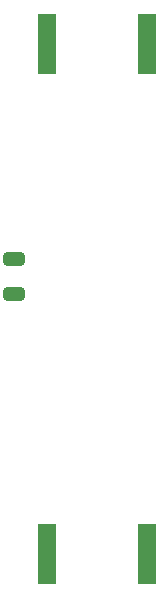
<source format=gbp>
%TF.GenerationSoftware,KiCad,Pcbnew,9.0.4-9.0.4-0~ubuntu24.04.1*%
%TF.CreationDate,2025-11-05T14:30:19-05:00*%
%TF.ProjectId,LFAmp-offset,4c46416d-702d-46f6-9666-7365742e6b69,rev?*%
%TF.SameCoordinates,Original*%
%TF.FileFunction,Paste,Bot*%
%TF.FilePolarity,Positive*%
%FSLAX46Y46*%
G04 Gerber Fmt 4.6, Leading zero omitted, Abs format (unit mm)*
G04 Created by KiCad (PCBNEW 9.0.4-9.0.4-0~ubuntu24.04.1) date 2025-11-05 14:30:19*
%MOMM*%
%LPD*%
G01*
G04 APERTURE LIST*
G04 Aperture macros list*
%AMRoundRect*
0 Rectangle with rounded corners*
0 $1 Rounding radius*
0 $2 $3 $4 $5 $6 $7 $8 $9 X,Y pos of 4 corners*
0 Add a 4 corners polygon primitive as box body*
4,1,4,$2,$3,$4,$5,$6,$7,$8,$9,$2,$3,0*
0 Add four circle primitives for the rounded corners*
1,1,$1+$1,$2,$3*
1,1,$1+$1,$4,$5*
1,1,$1+$1,$6,$7*
1,1,$1+$1,$8,$9*
0 Add four rect primitives between the rounded corners*
20,1,$1+$1,$2,$3,$4,$5,0*
20,1,$1+$1,$4,$5,$6,$7,0*
20,1,$1+$1,$6,$7,$8,$9,0*
20,1,$1+$1,$8,$9,$2,$3,0*%
G04 Aperture macros list end*
%ADD10RoundRect,0.250000X0.650000X-0.325000X0.650000X0.325000X-0.650000X0.325000X-0.650000X-0.325000X0*%
%ADD11R,1.500000X5.080000*%
G04 APERTURE END LIST*
D10*
%TO.C,C8*%
X190000000Y-84500000D03*
X190000000Y-81550000D03*
%TD*%
D11*
%TO.C,J3*%
X201250000Y-106500000D03*
X192750000Y-106500000D03*
%TD*%
%TO.C,J2*%
X192750000Y-63362500D03*
X201250000Y-63362500D03*
%TD*%
M02*

</source>
